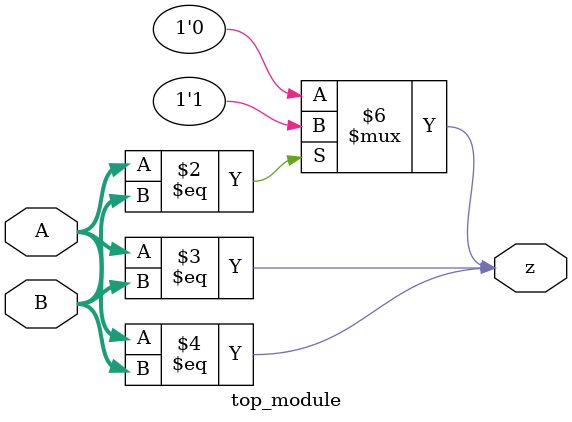
<source format=v>
module top_module ( input [1:0] A, input [1:0] B, output z ); 
    // Solution1
    always @(*) begin
    if(A == B)
        z = 1;
    else
        z = 0;
    end

    // Solution2 (from HDLBits)
    assign z = (A[1:0]==B[1:0]);	// Comparisons produce a 1 or 0 result.
    assign z = A==B;  //此寫法也可以
	
	// Another option is to use a 16-entry truth table ( {A,B} is 4 bits, with 16 combinations ).
	// There are 4 rows with a 1 result.  0000, 0101, 1010, and 1111.
endmodule

</source>
